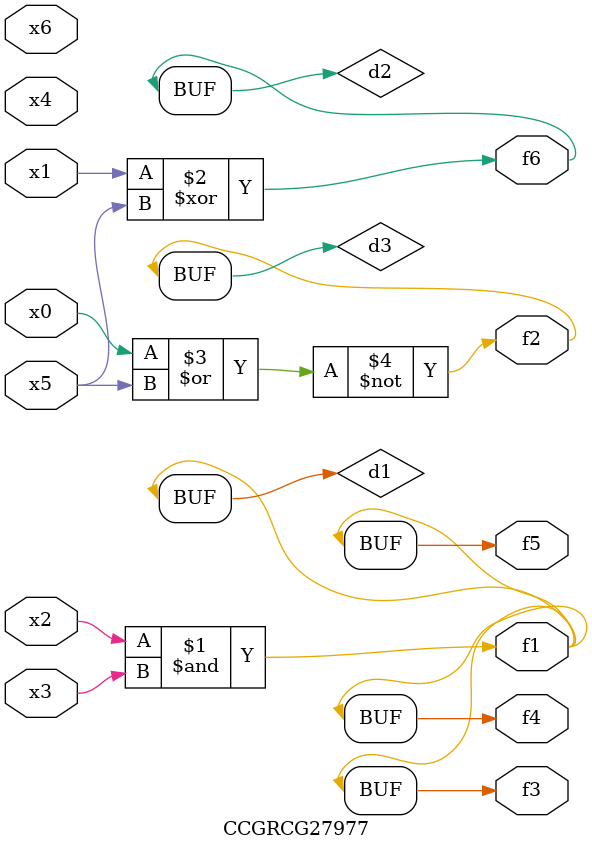
<source format=v>
module CCGRCG27977(
	input x0, x1, x2, x3, x4, x5, x6,
	output f1, f2, f3, f4, f5, f6
);

	wire d1, d2, d3;

	and (d1, x2, x3);
	xor (d2, x1, x5);
	nor (d3, x0, x5);
	assign f1 = d1;
	assign f2 = d3;
	assign f3 = d1;
	assign f4 = d1;
	assign f5 = d1;
	assign f6 = d2;
endmodule

</source>
